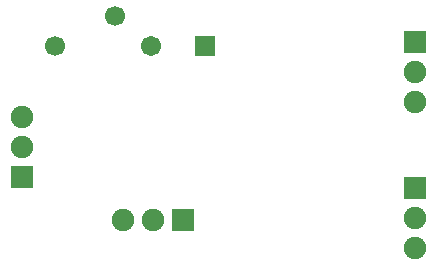
<source format=gbr>
G04 DipTrace Beta 2.3.5.2*
%INBottomMask.gbr*%
%MOIN*%
%ADD16R,0.0669X0.0669*%
%ADD17C,0.0669*%
%ADD35C,0.0671*%
%ADD38C,0.0749*%
%ADD39R,0.0749X0.0749*%
%FSLAX44Y44*%
G04*
G70*
G90*
G75*
G01*
%LNBotMask*%
%LPD*%
D39*
X5315Y7690D3*
D38*
Y8690D3*
Y9690D3*
D39*
X18440Y7315D3*
D38*
Y6315D3*
Y5315D3*
D39*
Y12190D3*
D38*
Y11190D3*
Y10190D3*
D39*
X10690Y6253D3*
D38*
X9690D3*
X8690D3*
D35*
X9627Y12066D3*
D16*
X11440Y12065D3*
D17*
X8440Y13065D3*
X6440Y12065D3*
M02*

</source>
